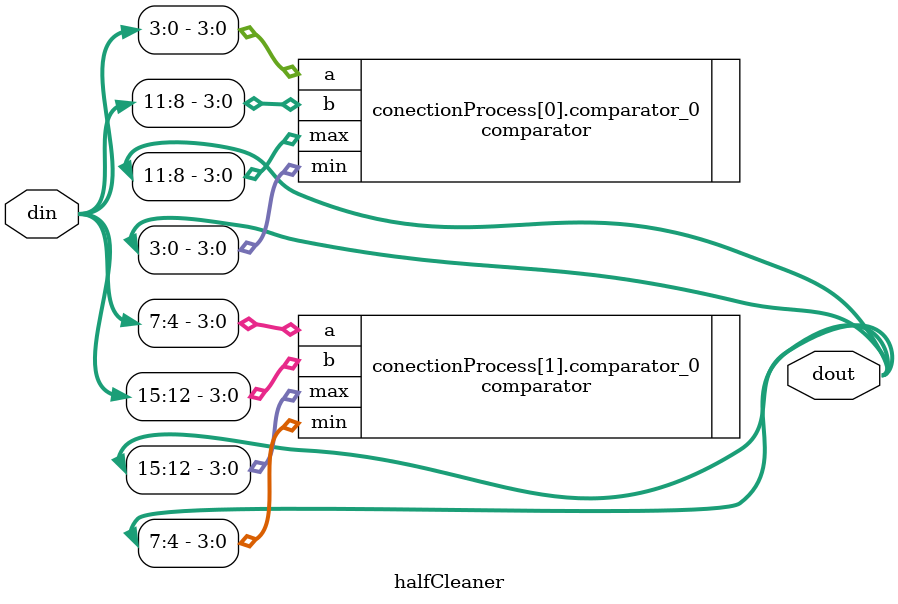
<source format=v>

module halfCleaner#(parameter WIDTH = 4,parameter N = 4)
(
	input  [(N*WIDTH)-1:0]din,
	output [(N*WIDTH)-1:0]dout
);

generate
	genvar i;
		for(i = 0; i < N/2; i = i + 1)
			begin:conectionProcess
				comparator#(.WIDTH(WIDTH)) comparator_0
				(
					.a(din[((i+1)*WIDTH)-1:i*WIDTH]),
					.b(din[((i+3)*WIDTH)-1:(i+2)*WIDTH]),
					.min(dout[((i+1)*WIDTH)-1:i*WIDTH]),
					.max(dout[((i+3)*WIDTH)-1:(i+2)*WIDTH])
				);
			end
	endgenerate
endmodule
</source>
